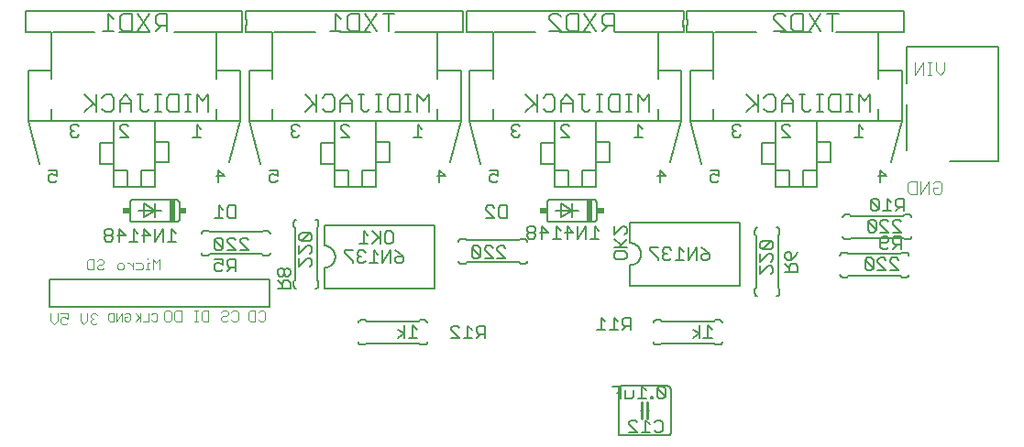
<source format=gbo>
G75*
%MOIN*%
%OFA0B0*%
%FSLAX25Y25*%
%IPPOS*%
%LPD*%
%AMOC8*
5,1,8,0,0,1.08239X$1,22.5*
%
%ADD10C,0.00300*%
%ADD11C,0.00400*%
%ADD12C,0.00600*%
%ADD13C,0.00500*%
%ADD14C,0.01000*%
%ADD15R,0.02000X0.08000*%
%ADD16R,0.02500X0.02000*%
%ADD17C,0.00800*%
%ADD18C,0.00700*%
D10*
X0050051Y0215701D02*
X0048816Y0216936D01*
X0048816Y0219404D01*
X0051285Y0219404D02*
X0051285Y0216936D01*
X0050051Y0215701D01*
X0052499Y0216318D02*
X0053117Y0215701D01*
X0054351Y0215701D01*
X0054968Y0216318D01*
X0054968Y0217553D02*
X0053734Y0218170D01*
X0053117Y0218170D01*
X0052499Y0217553D01*
X0052499Y0216318D01*
X0054968Y0217553D02*
X0054968Y0219404D01*
X0052499Y0219404D01*
X0059643Y0219404D02*
X0059643Y0216936D01*
X0060877Y0215701D01*
X0062112Y0216936D01*
X0062112Y0219404D01*
X0063326Y0218787D02*
X0063326Y0218170D01*
X0063943Y0217553D01*
X0063326Y0216936D01*
X0063326Y0216318D01*
X0063943Y0215701D01*
X0065178Y0215701D01*
X0065795Y0216318D01*
X0064560Y0217553D02*
X0063943Y0217553D01*
X0063326Y0218787D02*
X0063943Y0219404D01*
X0065178Y0219404D01*
X0065795Y0218787D01*
X0069778Y0219104D02*
X0070262Y0219588D01*
X0071713Y0219588D01*
X0071713Y0216685D01*
X0070262Y0216685D01*
X0069778Y0217169D01*
X0069778Y0219104D01*
X0072724Y0219588D02*
X0072724Y0216685D01*
X0074659Y0219588D01*
X0074659Y0216685D01*
X0075671Y0217169D02*
X0075671Y0218137D01*
X0076638Y0218137D01*
X0075671Y0219104D02*
X0076155Y0219588D01*
X0077122Y0219588D01*
X0077606Y0219104D01*
X0077606Y0217169D01*
X0077122Y0216685D01*
X0076155Y0216685D01*
X0075671Y0217169D01*
X0079620Y0216685D02*
X0081072Y0218137D01*
X0081555Y0217653D02*
X0079620Y0219588D01*
X0081555Y0219588D02*
X0081555Y0216685D01*
X0082567Y0216685D02*
X0084502Y0216685D01*
X0084502Y0219588D01*
X0085513Y0219104D02*
X0085997Y0219588D01*
X0086965Y0219588D01*
X0087448Y0219104D01*
X0087448Y0217169D01*
X0086965Y0216685D01*
X0085997Y0216685D01*
X0085513Y0217169D01*
X0090155Y0217303D02*
X0090155Y0219771D01*
X0090772Y0220389D01*
X0092006Y0220389D01*
X0092624Y0219771D01*
X0092624Y0217303D01*
X0092006Y0216685D01*
X0090772Y0216685D01*
X0090155Y0217303D01*
X0093838Y0217303D02*
X0093838Y0219771D01*
X0094455Y0220389D01*
X0096307Y0220389D01*
X0096307Y0216685D01*
X0094455Y0216685D01*
X0093838Y0217303D01*
X0101232Y0216685D02*
X0102466Y0216685D01*
X0101849Y0216685D02*
X0101849Y0220389D01*
X0102466Y0220389D02*
X0101232Y0220389D01*
X0103680Y0219771D02*
X0104298Y0220389D01*
X0106149Y0220389D01*
X0106149Y0216685D01*
X0104298Y0216685D01*
X0103680Y0217303D01*
X0103680Y0219771D01*
X0110824Y0219771D02*
X0111441Y0220389D01*
X0112676Y0220389D01*
X0113293Y0219771D01*
X0113293Y0219154D01*
X0112676Y0218537D01*
X0111441Y0218537D01*
X0110824Y0217920D01*
X0110824Y0217303D01*
X0111441Y0216685D01*
X0112676Y0216685D01*
X0113293Y0217303D01*
X0114507Y0217303D02*
X0115124Y0216685D01*
X0116359Y0216685D01*
X0116976Y0217303D01*
X0116976Y0219771D01*
X0116359Y0220389D01*
X0115124Y0220389D01*
X0114507Y0219771D01*
X0120667Y0219771D02*
X0120667Y0217303D01*
X0121284Y0216685D01*
X0123135Y0216685D01*
X0123135Y0220389D01*
X0121284Y0220389D01*
X0120667Y0219771D01*
X0124350Y0219771D02*
X0124967Y0220389D01*
X0126201Y0220389D01*
X0126819Y0219771D01*
X0126819Y0217303D01*
X0126201Y0216685D01*
X0124967Y0216685D01*
X0124350Y0217303D01*
X0088433Y0235386D02*
X0088433Y0239089D01*
X0087198Y0237855D01*
X0085964Y0239089D01*
X0085964Y0235386D01*
X0084750Y0235386D02*
X0083515Y0235386D01*
X0084132Y0235386D02*
X0084132Y0237855D01*
X0084750Y0237855D01*
X0084132Y0239089D02*
X0084132Y0239707D01*
X0081677Y0237855D02*
X0082294Y0237238D01*
X0082294Y0236003D01*
X0081677Y0235386D01*
X0079825Y0235386D01*
X0078611Y0235386D02*
X0078611Y0237855D01*
X0079825Y0237855D02*
X0081677Y0237855D01*
X0078611Y0236621D02*
X0077377Y0237855D01*
X0076759Y0237855D01*
X0075542Y0237238D02*
X0075542Y0236003D01*
X0074924Y0235386D01*
X0073690Y0235386D01*
X0073073Y0236003D01*
X0073073Y0237238D01*
X0073690Y0237855D01*
X0074924Y0237855D01*
X0075542Y0237238D01*
X0068175Y0237855D02*
X0067558Y0237238D01*
X0066324Y0237238D01*
X0065707Y0236621D01*
X0065707Y0236003D01*
X0066324Y0235386D01*
X0067558Y0235386D01*
X0068175Y0236003D01*
X0068175Y0237855D02*
X0068175Y0238472D01*
X0067558Y0239089D01*
X0066324Y0239089D01*
X0065707Y0238472D01*
X0064492Y0239089D02*
X0062641Y0239089D01*
X0062023Y0238472D01*
X0062023Y0236003D01*
X0062641Y0235386D01*
X0064492Y0235386D01*
X0064492Y0239089D01*
D11*
X0360554Y0263763D02*
X0360554Y0266832D01*
X0361322Y0267599D01*
X0363624Y0267599D01*
X0363624Y0262995D01*
X0361322Y0262995D01*
X0360554Y0263763D01*
X0365158Y0262995D02*
X0365158Y0267599D01*
X0368228Y0267599D02*
X0365158Y0262995D01*
X0368228Y0262995D02*
X0368228Y0267599D01*
X0369762Y0266832D02*
X0370530Y0267599D01*
X0372064Y0267599D01*
X0372831Y0266832D01*
X0372831Y0263763D01*
X0372064Y0262995D01*
X0370530Y0262995D01*
X0369762Y0263763D01*
X0369762Y0265297D01*
X0371297Y0265297D01*
X0372281Y0306302D02*
X0370746Y0307837D01*
X0370746Y0310906D01*
X0369212Y0310906D02*
X0367677Y0310906D01*
X0368445Y0310906D02*
X0368445Y0306302D01*
X0369212Y0306302D02*
X0367677Y0306302D01*
X0366143Y0306302D02*
X0366143Y0310906D01*
X0363073Y0306302D01*
X0363073Y0310906D01*
X0372281Y0306302D02*
X0373816Y0307837D01*
X0373816Y0310906D01*
D12*
X0358382Y0307909D02*
X0358382Y0289409D01*
X0349882Y0289409D01*
X0349882Y0293909D01*
X0349882Y0289409D02*
X0327382Y0289409D01*
X0327382Y0281909D01*
X0332382Y0281909D01*
X0332382Y0274409D01*
X0327382Y0274409D01*
X0327382Y0271409D01*
X0322382Y0271409D01*
X0322382Y0265409D01*
X0317382Y0265409D01*
X0312382Y0265409D01*
X0312382Y0271409D01*
X0312382Y0273909D01*
X0312382Y0281409D01*
X0312382Y0289409D01*
X0289882Y0289409D01*
X0289882Y0293909D01*
X0289882Y0289409D02*
X0281382Y0289409D01*
X0285382Y0273909D01*
X0274165Y0274409D02*
X0278165Y0289409D01*
X0269665Y0289409D01*
X0269665Y0293909D01*
X0269665Y0289409D02*
X0247165Y0289409D01*
X0247165Y0281909D01*
X0252165Y0281909D01*
X0252165Y0274409D01*
X0247165Y0274409D01*
X0247165Y0271409D01*
X0242165Y0271409D01*
X0242165Y0265409D01*
X0237165Y0265409D01*
X0232165Y0265409D01*
X0232165Y0271409D01*
X0232165Y0273909D01*
X0232165Y0281409D01*
X0232165Y0289409D01*
X0209665Y0289409D01*
X0209665Y0293909D01*
X0209665Y0289409D02*
X0201165Y0289409D01*
X0205165Y0273909D01*
X0193949Y0274409D02*
X0197949Y0289409D01*
X0189449Y0289409D01*
X0189449Y0293909D01*
X0189449Y0289409D02*
X0166949Y0289409D01*
X0166949Y0281909D01*
X0171949Y0281909D01*
X0171949Y0274409D01*
X0166949Y0274409D01*
X0166949Y0271409D01*
X0161949Y0271409D01*
X0161949Y0265409D01*
X0156949Y0265409D01*
X0151949Y0265409D01*
X0151949Y0271409D01*
X0151949Y0273909D01*
X0151949Y0281409D01*
X0151949Y0289409D01*
X0129449Y0289409D01*
X0129449Y0293909D01*
X0129449Y0289409D02*
X0120949Y0289409D01*
X0124949Y0273909D01*
X0113732Y0274409D02*
X0117732Y0289409D01*
X0109232Y0289409D01*
X0109232Y0293909D01*
X0109232Y0289409D02*
X0086732Y0289409D01*
X0086732Y0281909D01*
X0091732Y0281909D01*
X0091732Y0274409D01*
X0086732Y0274409D01*
X0086732Y0271409D01*
X0081732Y0271409D01*
X0081732Y0265409D01*
X0076732Y0265409D01*
X0071732Y0265409D01*
X0071732Y0271409D01*
X0071732Y0273909D01*
X0071732Y0281409D01*
X0071732Y0289409D01*
X0049232Y0289409D01*
X0049232Y0293909D01*
X0049232Y0289409D02*
X0040732Y0289409D01*
X0044732Y0273909D01*
X0040732Y0289409D02*
X0040732Y0307909D01*
X0049232Y0307909D01*
X0049232Y0304909D01*
X0049232Y0307909D02*
X0049232Y0321909D01*
X0039594Y0321909D01*
X0039594Y0324409D01*
X0039764Y0324409D01*
X0039764Y0326409D01*
X0039594Y0326409D01*
X0039594Y0329409D01*
X0118520Y0329409D01*
X0118520Y0326409D01*
X0118476Y0326016D01*
X0118476Y0324016D01*
X0118520Y0324409D01*
X0118520Y0321909D01*
X0109232Y0321909D01*
X0093732Y0321909D01*
X0091235Y0322150D02*
X0091235Y0328556D01*
X0088033Y0328556D01*
X0086965Y0327488D01*
X0086965Y0325353D01*
X0088033Y0324286D01*
X0091235Y0324286D01*
X0089100Y0324286D02*
X0086965Y0322150D01*
X0084790Y0322150D02*
X0080520Y0328556D01*
X0078344Y0328556D02*
X0075142Y0328556D01*
X0074074Y0327488D01*
X0074074Y0323218D01*
X0075142Y0322150D01*
X0078344Y0322150D01*
X0078344Y0328556D01*
X0084790Y0328556D02*
X0080520Y0322150D01*
X0084732Y0321909D02*
X0073732Y0321909D01*
X0071899Y0322150D02*
X0067629Y0322150D01*
X0069764Y0322150D02*
X0069764Y0328556D01*
X0071899Y0326421D01*
X0064732Y0321909D02*
X0049732Y0321909D01*
X0071732Y0289409D02*
X0086732Y0289409D01*
X0086732Y0281909D02*
X0086732Y0274409D01*
X0086732Y0271409D02*
X0086732Y0265409D01*
X0081732Y0265409D01*
X0076732Y0265409D02*
X0076732Y0271409D01*
X0071732Y0271409D01*
X0071732Y0273909D02*
X0066732Y0273909D01*
X0066732Y0281409D01*
X0071732Y0281409D01*
X0078614Y0260890D02*
X0094614Y0260890D01*
X0094674Y0260888D01*
X0094735Y0260883D01*
X0094794Y0260874D01*
X0094853Y0260861D01*
X0094912Y0260845D01*
X0094969Y0260825D01*
X0095024Y0260802D01*
X0095079Y0260775D01*
X0095131Y0260746D01*
X0095182Y0260713D01*
X0095231Y0260677D01*
X0095277Y0260639D01*
X0095321Y0260597D01*
X0095363Y0260553D01*
X0095401Y0260507D01*
X0095437Y0260458D01*
X0095470Y0260407D01*
X0095499Y0260355D01*
X0095526Y0260300D01*
X0095549Y0260245D01*
X0095569Y0260188D01*
X0095585Y0260129D01*
X0095598Y0260070D01*
X0095607Y0260011D01*
X0095612Y0259950D01*
X0095614Y0259890D01*
X0095614Y0253890D01*
X0095612Y0253830D01*
X0095607Y0253769D01*
X0095598Y0253710D01*
X0095585Y0253651D01*
X0095569Y0253592D01*
X0095549Y0253535D01*
X0095526Y0253480D01*
X0095499Y0253425D01*
X0095470Y0253373D01*
X0095437Y0253322D01*
X0095401Y0253273D01*
X0095363Y0253227D01*
X0095321Y0253183D01*
X0095277Y0253141D01*
X0095231Y0253103D01*
X0095182Y0253067D01*
X0095131Y0253034D01*
X0095079Y0253005D01*
X0095024Y0252978D01*
X0094969Y0252955D01*
X0094912Y0252935D01*
X0094853Y0252919D01*
X0094794Y0252906D01*
X0094735Y0252897D01*
X0094674Y0252892D01*
X0094614Y0252890D01*
X0078614Y0252890D01*
X0078554Y0252892D01*
X0078493Y0252897D01*
X0078434Y0252906D01*
X0078375Y0252919D01*
X0078316Y0252935D01*
X0078259Y0252955D01*
X0078204Y0252978D01*
X0078149Y0253005D01*
X0078097Y0253034D01*
X0078046Y0253067D01*
X0077997Y0253103D01*
X0077951Y0253141D01*
X0077907Y0253183D01*
X0077865Y0253227D01*
X0077827Y0253273D01*
X0077791Y0253322D01*
X0077758Y0253373D01*
X0077729Y0253425D01*
X0077702Y0253480D01*
X0077679Y0253535D01*
X0077659Y0253592D01*
X0077643Y0253651D01*
X0077630Y0253710D01*
X0077621Y0253769D01*
X0077616Y0253830D01*
X0077614Y0253890D01*
X0077614Y0259890D01*
X0077616Y0259950D01*
X0077621Y0260011D01*
X0077630Y0260070D01*
X0077643Y0260129D01*
X0077659Y0260188D01*
X0077679Y0260245D01*
X0077702Y0260300D01*
X0077729Y0260355D01*
X0077758Y0260407D01*
X0077791Y0260458D01*
X0077827Y0260507D01*
X0077865Y0260553D01*
X0077907Y0260597D01*
X0077951Y0260639D01*
X0077997Y0260677D01*
X0078046Y0260713D01*
X0078097Y0260746D01*
X0078149Y0260775D01*
X0078204Y0260802D01*
X0078259Y0260825D01*
X0078316Y0260845D01*
X0078375Y0260861D01*
X0078434Y0260874D01*
X0078493Y0260883D01*
X0078554Y0260888D01*
X0078614Y0260890D01*
X0082614Y0259390D02*
X0086614Y0256890D01*
X0086614Y0254390D01*
X0086614Y0256890D02*
X0086614Y0259390D01*
X0086614Y0256890D02*
X0080614Y0256890D01*
X0082614Y0259390D02*
X0082614Y0254390D01*
X0086614Y0256890D01*
X0089114Y0256890D01*
X0104642Y0249579D02*
X0106142Y0249579D01*
X0106642Y0249079D01*
X0125642Y0249079D01*
X0126142Y0249579D01*
X0127642Y0249579D01*
X0127702Y0249577D01*
X0127763Y0249572D01*
X0127822Y0249563D01*
X0127881Y0249550D01*
X0127940Y0249534D01*
X0127997Y0249514D01*
X0128052Y0249491D01*
X0128107Y0249464D01*
X0128159Y0249435D01*
X0128210Y0249402D01*
X0128259Y0249366D01*
X0128305Y0249328D01*
X0128349Y0249286D01*
X0128391Y0249242D01*
X0128429Y0249196D01*
X0128465Y0249147D01*
X0128498Y0249096D01*
X0128527Y0249044D01*
X0128554Y0248989D01*
X0128577Y0248934D01*
X0128597Y0248877D01*
X0128613Y0248818D01*
X0128626Y0248759D01*
X0128635Y0248700D01*
X0128640Y0248639D01*
X0128642Y0248579D01*
X0128642Y0241579D02*
X0128640Y0241519D01*
X0128635Y0241458D01*
X0128626Y0241399D01*
X0128613Y0241340D01*
X0128597Y0241281D01*
X0128577Y0241224D01*
X0128554Y0241169D01*
X0128527Y0241114D01*
X0128498Y0241062D01*
X0128465Y0241011D01*
X0128429Y0240962D01*
X0128391Y0240916D01*
X0128349Y0240872D01*
X0128305Y0240830D01*
X0128259Y0240792D01*
X0128210Y0240756D01*
X0128159Y0240723D01*
X0128107Y0240694D01*
X0128052Y0240667D01*
X0127997Y0240644D01*
X0127940Y0240624D01*
X0127881Y0240608D01*
X0127822Y0240595D01*
X0127763Y0240586D01*
X0127702Y0240581D01*
X0127642Y0240579D01*
X0126142Y0240579D01*
X0125642Y0241079D01*
X0106642Y0241079D01*
X0106142Y0240579D01*
X0104642Y0240579D01*
X0104582Y0240581D01*
X0104521Y0240586D01*
X0104462Y0240595D01*
X0104403Y0240608D01*
X0104344Y0240624D01*
X0104287Y0240644D01*
X0104232Y0240667D01*
X0104177Y0240694D01*
X0104125Y0240723D01*
X0104074Y0240756D01*
X0104025Y0240792D01*
X0103979Y0240830D01*
X0103935Y0240872D01*
X0103893Y0240916D01*
X0103855Y0240962D01*
X0103819Y0241011D01*
X0103786Y0241062D01*
X0103757Y0241114D01*
X0103730Y0241169D01*
X0103707Y0241224D01*
X0103687Y0241281D01*
X0103671Y0241340D01*
X0103658Y0241399D01*
X0103649Y0241458D01*
X0103644Y0241519D01*
X0103642Y0241579D01*
X0103642Y0248579D02*
X0103644Y0248639D01*
X0103649Y0248700D01*
X0103658Y0248759D01*
X0103671Y0248818D01*
X0103687Y0248877D01*
X0103707Y0248934D01*
X0103730Y0248989D01*
X0103757Y0249044D01*
X0103786Y0249096D01*
X0103819Y0249147D01*
X0103855Y0249196D01*
X0103893Y0249242D01*
X0103935Y0249286D01*
X0103979Y0249328D01*
X0104025Y0249366D01*
X0104074Y0249402D01*
X0104125Y0249435D01*
X0104177Y0249464D01*
X0104232Y0249491D01*
X0104287Y0249514D01*
X0104344Y0249534D01*
X0104403Y0249550D01*
X0104462Y0249563D01*
X0104521Y0249572D01*
X0104582Y0249577D01*
X0104642Y0249579D01*
X0117732Y0289409D02*
X0117732Y0307909D01*
X0109232Y0307909D01*
X0109232Y0304909D01*
X0109232Y0307909D02*
X0109232Y0321909D01*
X0119811Y0321909D02*
X0129449Y0321909D01*
X0129449Y0307909D01*
X0129449Y0304909D01*
X0129449Y0307909D02*
X0120949Y0307909D01*
X0120949Y0289409D01*
X0146949Y0281409D02*
X0146949Y0273909D01*
X0151949Y0273909D01*
X0151949Y0271409D02*
X0156949Y0271409D01*
X0156949Y0265409D01*
X0161949Y0265409D02*
X0166949Y0265409D01*
X0166949Y0271409D01*
X0166949Y0274409D02*
X0166949Y0281909D01*
X0166949Y0289409D02*
X0151949Y0289409D01*
X0151949Y0281409D02*
X0146949Y0281409D01*
X0146232Y0252642D02*
X0146232Y0251142D01*
X0145732Y0250642D01*
X0145732Y0231642D01*
X0146232Y0231142D01*
X0146232Y0229642D01*
X0146230Y0229582D01*
X0146225Y0229521D01*
X0146216Y0229462D01*
X0146203Y0229403D01*
X0146187Y0229344D01*
X0146167Y0229287D01*
X0146144Y0229232D01*
X0146117Y0229177D01*
X0146088Y0229125D01*
X0146055Y0229074D01*
X0146019Y0229025D01*
X0145981Y0228979D01*
X0145939Y0228935D01*
X0145895Y0228893D01*
X0145849Y0228855D01*
X0145800Y0228819D01*
X0145749Y0228786D01*
X0145697Y0228757D01*
X0145642Y0228730D01*
X0145587Y0228707D01*
X0145530Y0228687D01*
X0145471Y0228671D01*
X0145412Y0228658D01*
X0145353Y0228649D01*
X0145292Y0228644D01*
X0145232Y0228642D01*
X0148307Y0228657D02*
X0148307Y0236157D01*
X0148433Y0236159D01*
X0148558Y0236165D01*
X0148683Y0236175D01*
X0148808Y0236189D01*
X0148933Y0236206D01*
X0149057Y0236228D01*
X0149180Y0236253D01*
X0149302Y0236283D01*
X0149423Y0236316D01*
X0149543Y0236353D01*
X0149662Y0236393D01*
X0149779Y0236438D01*
X0149896Y0236486D01*
X0150010Y0236538D01*
X0150123Y0236593D01*
X0150234Y0236652D01*
X0150343Y0236714D01*
X0150450Y0236780D01*
X0150555Y0236849D01*
X0150658Y0236921D01*
X0150759Y0236996D01*
X0150857Y0237075D01*
X0150952Y0237157D01*
X0151045Y0237241D01*
X0151135Y0237329D01*
X0151223Y0237419D01*
X0151307Y0237512D01*
X0151389Y0237607D01*
X0151468Y0237705D01*
X0151543Y0237806D01*
X0151615Y0237909D01*
X0151684Y0238014D01*
X0151750Y0238121D01*
X0151812Y0238230D01*
X0151871Y0238341D01*
X0151926Y0238454D01*
X0151978Y0238568D01*
X0152026Y0238685D01*
X0152071Y0238802D01*
X0152111Y0238921D01*
X0152148Y0239041D01*
X0152181Y0239162D01*
X0152211Y0239284D01*
X0152236Y0239407D01*
X0152258Y0239531D01*
X0152275Y0239656D01*
X0152289Y0239781D01*
X0152299Y0239906D01*
X0152305Y0240031D01*
X0152307Y0240157D01*
X0152305Y0240283D01*
X0152299Y0240408D01*
X0152289Y0240533D01*
X0152275Y0240658D01*
X0152258Y0240783D01*
X0152236Y0240907D01*
X0152211Y0241030D01*
X0152181Y0241152D01*
X0152148Y0241273D01*
X0152111Y0241393D01*
X0152071Y0241512D01*
X0152026Y0241629D01*
X0151978Y0241746D01*
X0151926Y0241860D01*
X0151871Y0241973D01*
X0151812Y0242084D01*
X0151750Y0242193D01*
X0151684Y0242300D01*
X0151615Y0242405D01*
X0151543Y0242508D01*
X0151468Y0242609D01*
X0151389Y0242707D01*
X0151307Y0242802D01*
X0151223Y0242895D01*
X0151135Y0242985D01*
X0151045Y0243073D01*
X0150952Y0243157D01*
X0150857Y0243239D01*
X0150759Y0243318D01*
X0150658Y0243393D01*
X0150555Y0243465D01*
X0150450Y0243534D01*
X0150343Y0243600D01*
X0150234Y0243662D01*
X0150123Y0243721D01*
X0150010Y0243776D01*
X0149896Y0243828D01*
X0149779Y0243876D01*
X0149662Y0243921D01*
X0149543Y0243961D01*
X0149423Y0243998D01*
X0149302Y0244031D01*
X0149180Y0244061D01*
X0149057Y0244086D01*
X0148933Y0244108D01*
X0148808Y0244125D01*
X0148683Y0244139D01*
X0148558Y0244149D01*
X0148433Y0244155D01*
X0148307Y0244157D01*
X0148307Y0251657D01*
X0188307Y0251657D01*
X0188307Y0228657D01*
X0148307Y0228657D01*
X0138232Y0228642D02*
X0138172Y0228644D01*
X0138111Y0228649D01*
X0138052Y0228658D01*
X0137993Y0228671D01*
X0137934Y0228687D01*
X0137877Y0228707D01*
X0137822Y0228730D01*
X0137767Y0228757D01*
X0137715Y0228786D01*
X0137664Y0228819D01*
X0137615Y0228855D01*
X0137569Y0228893D01*
X0137525Y0228935D01*
X0137483Y0228979D01*
X0137445Y0229025D01*
X0137409Y0229074D01*
X0137376Y0229125D01*
X0137347Y0229177D01*
X0137320Y0229232D01*
X0137297Y0229287D01*
X0137277Y0229344D01*
X0137261Y0229403D01*
X0137248Y0229462D01*
X0137239Y0229521D01*
X0137234Y0229582D01*
X0137232Y0229642D01*
X0137232Y0231142D01*
X0137732Y0231642D01*
X0137732Y0250642D01*
X0137232Y0251142D01*
X0137232Y0252642D01*
X0137234Y0252702D01*
X0137239Y0252763D01*
X0137248Y0252822D01*
X0137261Y0252881D01*
X0137277Y0252940D01*
X0137297Y0252997D01*
X0137320Y0253052D01*
X0137347Y0253107D01*
X0137376Y0253159D01*
X0137409Y0253210D01*
X0137445Y0253259D01*
X0137483Y0253305D01*
X0137525Y0253349D01*
X0137569Y0253391D01*
X0137615Y0253429D01*
X0137664Y0253465D01*
X0137715Y0253498D01*
X0137767Y0253527D01*
X0137822Y0253554D01*
X0137877Y0253577D01*
X0137934Y0253597D01*
X0137993Y0253613D01*
X0138052Y0253626D01*
X0138111Y0253635D01*
X0138172Y0253640D01*
X0138232Y0253642D01*
X0145232Y0253642D02*
X0145292Y0253640D01*
X0145353Y0253635D01*
X0145412Y0253626D01*
X0145471Y0253613D01*
X0145530Y0253597D01*
X0145587Y0253577D01*
X0145642Y0253554D01*
X0145697Y0253527D01*
X0145749Y0253498D01*
X0145800Y0253465D01*
X0145849Y0253429D01*
X0145895Y0253391D01*
X0145939Y0253349D01*
X0145981Y0253305D01*
X0146019Y0253259D01*
X0146055Y0253210D01*
X0146088Y0253159D01*
X0146117Y0253107D01*
X0146144Y0253052D01*
X0146167Y0252997D01*
X0146187Y0252940D01*
X0146203Y0252881D01*
X0146216Y0252822D01*
X0146225Y0252763D01*
X0146230Y0252702D01*
X0146232Y0252642D01*
X0161728Y0217098D02*
X0163228Y0217098D01*
X0163728Y0216598D01*
X0182728Y0216598D01*
X0183228Y0217098D01*
X0184728Y0217098D01*
X0184788Y0217096D01*
X0184849Y0217091D01*
X0184908Y0217082D01*
X0184967Y0217069D01*
X0185026Y0217053D01*
X0185083Y0217033D01*
X0185138Y0217010D01*
X0185193Y0216983D01*
X0185245Y0216954D01*
X0185296Y0216921D01*
X0185345Y0216885D01*
X0185391Y0216847D01*
X0185435Y0216805D01*
X0185477Y0216761D01*
X0185515Y0216715D01*
X0185551Y0216666D01*
X0185584Y0216615D01*
X0185613Y0216563D01*
X0185640Y0216508D01*
X0185663Y0216453D01*
X0185683Y0216396D01*
X0185699Y0216337D01*
X0185712Y0216278D01*
X0185721Y0216219D01*
X0185726Y0216158D01*
X0185728Y0216098D01*
X0185728Y0209098D02*
X0185726Y0209038D01*
X0185721Y0208977D01*
X0185712Y0208918D01*
X0185699Y0208859D01*
X0185683Y0208800D01*
X0185663Y0208743D01*
X0185640Y0208688D01*
X0185613Y0208633D01*
X0185584Y0208581D01*
X0185551Y0208530D01*
X0185515Y0208481D01*
X0185477Y0208435D01*
X0185435Y0208391D01*
X0185391Y0208349D01*
X0185345Y0208311D01*
X0185296Y0208275D01*
X0185245Y0208242D01*
X0185193Y0208213D01*
X0185138Y0208186D01*
X0185083Y0208163D01*
X0185026Y0208143D01*
X0184967Y0208127D01*
X0184908Y0208114D01*
X0184849Y0208105D01*
X0184788Y0208100D01*
X0184728Y0208098D01*
X0183228Y0208098D01*
X0182728Y0208598D01*
X0163728Y0208598D01*
X0163228Y0208098D01*
X0161728Y0208098D01*
X0161668Y0208100D01*
X0161607Y0208105D01*
X0161548Y0208114D01*
X0161489Y0208127D01*
X0161430Y0208143D01*
X0161373Y0208163D01*
X0161318Y0208186D01*
X0161263Y0208213D01*
X0161211Y0208242D01*
X0161160Y0208275D01*
X0161111Y0208311D01*
X0161065Y0208349D01*
X0161021Y0208391D01*
X0160979Y0208435D01*
X0160941Y0208481D01*
X0160905Y0208530D01*
X0160872Y0208581D01*
X0160843Y0208633D01*
X0160816Y0208688D01*
X0160793Y0208743D01*
X0160773Y0208800D01*
X0160757Y0208859D01*
X0160744Y0208918D01*
X0160735Y0208977D01*
X0160730Y0209038D01*
X0160728Y0209098D01*
X0160728Y0216098D02*
X0160730Y0216158D01*
X0160735Y0216219D01*
X0160744Y0216278D01*
X0160757Y0216337D01*
X0160773Y0216396D01*
X0160793Y0216453D01*
X0160816Y0216508D01*
X0160843Y0216563D01*
X0160872Y0216615D01*
X0160905Y0216666D01*
X0160941Y0216715D01*
X0160979Y0216761D01*
X0161021Y0216805D01*
X0161065Y0216847D01*
X0161111Y0216885D01*
X0161160Y0216921D01*
X0161211Y0216954D01*
X0161263Y0216983D01*
X0161318Y0217010D01*
X0161373Y0217033D01*
X0161430Y0217053D01*
X0161489Y0217069D01*
X0161548Y0217082D01*
X0161607Y0217091D01*
X0161668Y0217096D01*
X0161728Y0217098D01*
X0198146Y0237626D02*
X0199646Y0237626D01*
X0200146Y0238126D01*
X0219146Y0238126D01*
X0219646Y0237626D01*
X0221146Y0237626D01*
X0221206Y0237628D01*
X0221267Y0237633D01*
X0221326Y0237642D01*
X0221385Y0237655D01*
X0221444Y0237671D01*
X0221501Y0237691D01*
X0221556Y0237714D01*
X0221611Y0237741D01*
X0221663Y0237770D01*
X0221714Y0237803D01*
X0221763Y0237839D01*
X0221809Y0237877D01*
X0221853Y0237919D01*
X0221895Y0237963D01*
X0221933Y0238009D01*
X0221969Y0238058D01*
X0222002Y0238109D01*
X0222031Y0238161D01*
X0222058Y0238216D01*
X0222081Y0238271D01*
X0222101Y0238328D01*
X0222117Y0238387D01*
X0222130Y0238446D01*
X0222139Y0238505D01*
X0222144Y0238566D01*
X0222146Y0238626D01*
X0222146Y0245626D02*
X0222144Y0245686D01*
X0222139Y0245747D01*
X0222130Y0245806D01*
X0222117Y0245865D01*
X0222101Y0245924D01*
X0222081Y0245981D01*
X0222058Y0246036D01*
X0222031Y0246091D01*
X0222002Y0246143D01*
X0221969Y0246194D01*
X0221933Y0246243D01*
X0221895Y0246289D01*
X0221853Y0246333D01*
X0221809Y0246375D01*
X0221763Y0246413D01*
X0221714Y0246449D01*
X0221663Y0246482D01*
X0221611Y0246511D01*
X0221556Y0246538D01*
X0221501Y0246561D01*
X0221444Y0246581D01*
X0221385Y0246597D01*
X0221326Y0246610D01*
X0221267Y0246619D01*
X0221206Y0246624D01*
X0221146Y0246626D01*
X0219646Y0246626D01*
X0219146Y0246126D01*
X0200146Y0246126D01*
X0199646Y0246626D01*
X0198146Y0246626D01*
X0198086Y0246624D01*
X0198025Y0246619D01*
X0197966Y0246610D01*
X0197907Y0246597D01*
X0197848Y0246581D01*
X0197791Y0246561D01*
X0197736Y0246538D01*
X0197681Y0246511D01*
X0197629Y0246482D01*
X0197578Y0246449D01*
X0197529Y0246413D01*
X0197483Y0246375D01*
X0197439Y0246333D01*
X0197397Y0246289D01*
X0197359Y0246243D01*
X0197323Y0246194D01*
X0197290Y0246143D01*
X0197261Y0246091D01*
X0197234Y0246036D01*
X0197211Y0245981D01*
X0197191Y0245924D01*
X0197175Y0245865D01*
X0197162Y0245806D01*
X0197153Y0245747D01*
X0197148Y0245686D01*
X0197146Y0245626D01*
X0197146Y0238626D02*
X0197148Y0238566D01*
X0197153Y0238505D01*
X0197162Y0238446D01*
X0197175Y0238387D01*
X0197191Y0238328D01*
X0197211Y0238271D01*
X0197234Y0238216D01*
X0197261Y0238161D01*
X0197290Y0238109D01*
X0197323Y0238058D01*
X0197359Y0238009D01*
X0197397Y0237963D01*
X0197439Y0237919D01*
X0197483Y0237877D01*
X0197529Y0237839D01*
X0197578Y0237803D01*
X0197629Y0237770D01*
X0197681Y0237741D01*
X0197736Y0237714D01*
X0197791Y0237691D01*
X0197848Y0237671D01*
X0197907Y0237655D01*
X0197966Y0237642D01*
X0198025Y0237633D01*
X0198086Y0237628D01*
X0198146Y0237626D01*
X0227165Y0273909D02*
X0227165Y0281409D01*
X0232165Y0281409D01*
X0232165Y0273909D02*
X0227165Y0273909D01*
X0232165Y0271409D02*
X0237165Y0271409D01*
X0237165Y0265409D01*
X0242165Y0265409D02*
X0247165Y0265409D01*
X0247165Y0271409D01*
X0247165Y0274409D02*
X0247165Y0281909D01*
X0247165Y0289409D02*
X0232165Y0289409D01*
X0230363Y0260879D02*
X0246363Y0260879D01*
X0246423Y0260877D01*
X0246484Y0260872D01*
X0246543Y0260863D01*
X0246602Y0260850D01*
X0246661Y0260834D01*
X0246718Y0260814D01*
X0246773Y0260791D01*
X0246828Y0260764D01*
X0246880Y0260735D01*
X0246931Y0260702D01*
X0246980Y0260666D01*
X0247026Y0260628D01*
X0247070Y0260586D01*
X0247112Y0260542D01*
X0247150Y0260496D01*
X0247186Y0260447D01*
X0247219Y0260396D01*
X0247248Y0260344D01*
X0247275Y0260289D01*
X0247298Y0260234D01*
X0247318Y0260177D01*
X0247334Y0260118D01*
X0247347Y0260059D01*
X0247356Y0260000D01*
X0247361Y0259939D01*
X0247363Y0259879D01*
X0247363Y0253879D01*
X0247361Y0253819D01*
X0247356Y0253758D01*
X0247347Y0253699D01*
X0247334Y0253640D01*
X0247318Y0253581D01*
X0247298Y0253524D01*
X0247275Y0253469D01*
X0247248Y0253414D01*
X0247219Y0253362D01*
X0247186Y0253311D01*
X0247150Y0253262D01*
X0247112Y0253216D01*
X0247070Y0253172D01*
X0247026Y0253130D01*
X0246980Y0253092D01*
X0246931Y0253056D01*
X0246880Y0253023D01*
X0246828Y0252994D01*
X0246773Y0252967D01*
X0246718Y0252944D01*
X0246661Y0252924D01*
X0246602Y0252908D01*
X0246543Y0252895D01*
X0246484Y0252886D01*
X0246423Y0252881D01*
X0246363Y0252879D01*
X0230363Y0252879D01*
X0230303Y0252881D01*
X0230242Y0252886D01*
X0230183Y0252895D01*
X0230124Y0252908D01*
X0230065Y0252924D01*
X0230008Y0252944D01*
X0229953Y0252967D01*
X0229898Y0252994D01*
X0229846Y0253023D01*
X0229795Y0253056D01*
X0229746Y0253092D01*
X0229700Y0253130D01*
X0229656Y0253172D01*
X0229614Y0253216D01*
X0229576Y0253262D01*
X0229540Y0253311D01*
X0229507Y0253362D01*
X0229478Y0253414D01*
X0229451Y0253469D01*
X0229428Y0253524D01*
X0229408Y0253581D01*
X0229392Y0253640D01*
X0229379Y0253699D01*
X0229370Y0253758D01*
X0229365Y0253819D01*
X0229363Y0253879D01*
X0229363Y0259879D01*
X0229365Y0259939D01*
X0229370Y0260000D01*
X0229379Y0260059D01*
X0229392Y0260118D01*
X0229408Y0260177D01*
X0229428Y0260234D01*
X0229451Y0260289D01*
X0229478Y0260344D01*
X0229507Y0260396D01*
X0229540Y0260447D01*
X0229576Y0260496D01*
X0229614Y0260542D01*
X0229656Y0260586D01*
X0229700Y0260628D01*
X0229746Y0260666D01*
X0229795Y0260702D01*
X0229846Y0260735D01*
X0229898Y0260764D01*
X0229953Y0260791D01*
X0230008Y0260814D01*
X0230065Y0260834D01*
X0230124Y0260850D01*
X0230183Y0260863D01*
X0230242Y0260872D01*
X0230303Y0260877D01*
X0230363Y0260879D01*
X0234363Y0259379D02*
X0238363Y0256879D01*
X0238363Y0254379D01*
X0238363Y0256879D02*
X0238363Y0259379D01*
X0238363Y0256879D02*
X0232363Y0256879D01*
X0234363Y0259379D02*
X0234363Y0254379D01*
X0238363Y0256879D01*
X0240863Y0256879D01*
X0259528Y0252642D02*
X0259528Y0245142D01*
X0259654Y0245140D01*
X0259779Y0245134D01*
X0259904Y0245124D01*
X0260029Y0245110D01*
X0260154Y0245093D01*
X0260278Y0245071D01*
X0260401Y0245046D01*
X0260523Y0245016D01*
X0260644Y0244983D01*
X0260764Y0244946D01*
X0260883Y0244906D01*
X0261000Y0244861D01*
X0261117Y0244813D01*
X0261231Y0244761D01*
X0261344Y0244706D01*
X0261455Y0244647D01*
X0261564Y0244585D01*
X0261671Y0244519D01*
X0261776Y0244450D01*
X0261879Y0244378D01*
X0261980Y0244303D01*
X0262078Y0244224D01*
X0262173Y0244142D01*
X0262266Y0244058D01*
X0262356Y0243970D01*
X0262444Y0243880D01*
X0262528Y0243787D01*
X0262610Y0243692D01*
X0262689Y0243594D01*
X0262764Y0243493D01*
X0262836Y0243390D01*
X0262905Y0243285D01*
X0262971Y0243178D01*
X0263033Y0243069D01*
X0263092Y0242958D01*
X0263147Y0242845D01*
X0263199Y0242731D01*
X0263247Y0242614D01*
X0263292Y0242497D01*
X0263332Y0242378D01*
X0263369Y0242258D01*
X0263402Y0242137D01*
X0263432Y0242015D01*
X0263457Y0241892D01*
X0263479Y0241768D01*
X0263496Y0241643D01*
X0263510Y0241518D01*
X0263520Y0241393D01*
X0263526Y0241268D01*
X0263528Y0241142D01*
X0263526Y0241016D01*
X0263520Y0240891D01*
X0263510Y0240766D01*
X0263496Y0240641D01*
X0263479Y0240516D01*
X0263457Y0240392D01*
X0263432Y0240269D01*
X0263402Y0240147D01*
X0263369Y0240026D01*
X0263332Y0239906D01*
X0263292Y0239787D01*
X0263247Y0239670D01*
X0263199Y0239553D01*
X0263147Y0239439D01*
X0263092Y0239326D01*
X0263033Y0239215D01*
X0262971Y0239106D01*
X0262905Y0238999D01*
X0262836Y0238894D01*
X0262764Y0238791D01*
X0262689Y0238690D01*
X0262610Y0238592D01*
X0262528Y0238497D01*
X0262444Y0238404D01*
X0262356Y0238314D01*
X0262266Y0238226D01*
X0262173Y0238142D01*
X0262078Y0238060D01*
X0261980Y0237981D01*
X0261879Y0237906D01*
X0261776Y0237834D01*
X0261671Y0237765D01*
X0261564Y0237699D01*
X0261455Y0237637D01*
X0261344Y0237578D01*
X0261231Y0237523D01*
X0261117Y0237471D01*
X0261000Y0237423D01*
X0260883Y0237378D01*
X0260764Y0237338D01*
X0260644Y0237301D01*
X0260523Y0237268D01*
X0260401Y0237238D01*
X0260278Y0237213D01*
X0260154Y0237191D01*
X0260029Y0237174D01*
X0259904Y0237160D01*
X0259779Y0237150D01*
X0259654Y0237144D01*
X0259528Y0237142D01*
X0259528Y0229642D01*
X0299528Y0229642D01*
X0299528Y0252642D01*
X0259528Y0252642D01*
X0278165Y0289409D02*
X0278165Y0307909D01*
X0269665Y0307909D01*
X0269665Y0304909D01*
X0269665Y0307909D02*
X0269665Y0321909D01*
X0254165Y0321909D01*
X0253637Y0322150D02*
X0253637Y0328556D01*
X0250434Y0328556D01*
X0249367Y0327488D01*
X0249367Y0325353D01*
X0250434Y0324286D01*
X0253637Y0324286D01*
X0251502Y0324286D02*
X0249367Y0322150D01*
X0247192Y0322150D02*
X0242921Y0328556D01*
X0240746Y0328556D02*
X0237543Y0328556D01*
X0236476Y0327488D01*
X0236476Y0323218D01*
X0237543Y0322150D01*
X0240746Y0322150D01*
X0240746Y0328556D01*
X0247192Y0328556D02*
X0242921Y0322150D01*
X0245165Y0321909D02*
X0234165Y0321909D01*
X0234301Y0322150D02*
X0230030Y0326421D01*
X0230030Y0327488D01*
X0231098Y0328556D01*
X0233233Y0328556D01*
X0234301Y0327488D01*
X0234301Y0322150D02*
X0230030Y0322150D01*
X0225165Y0321909D02*
X0210165Y0321909D01*
X0209665Y0321909D02*
X0209665Y0307909D01*
X0209665Y0304909D01*
X0209665Y0307909D02*
X0201165Y0307909D01*
X0201165Y0289409D01*
X0197949Y0289409D02*
X0197949Y0307909D01*
X0189449Y0307909D01*
X0189449Y0304909D01*
X0189449Y0307909D02*
X0189449Y0321909D01*
X0173949Y0321909D01*
X0171777Y0322150D02*
X0171777Y0328556D01*
X0169642Y0328556D02*
X0173913Y0328556D01*
X0167467Y0328556D02*
X0163197Y0322150D01*
X0164949Y0321909D02*
X0153949Y0321909D01*
X0154576Y0322150D02*
X0150306Y0322150D01*
X0152441Y0322150D02*
X0152441Y0328556D01*
X0154576Y0326421D01*
X0156751Y0327488D02*
X0157819Y0328556D01*
X0161022Y0328556D01*
X0161022Y0322150D01*
X0157819Y0322150D01*
X0156751Y0323218D01*
X0156751Y0327488D01*
X0163197Y0328556D02*
X0167467Y0322150D01*
X0189449Y0321909D02*
X0198736Y0321909D01*
X0198736Y0324409D01*
X0198693Y0324016D01*
X0198693Y0326016D01*
X0198736Y0326409D01*
X0198736Y0329409D01*
X0119811Y0329409D01*
X0119811Y0326409D01*
X0119980Y0326409D01*
X0119980Y0324409D01*
X0119811Y0324409D01*
X0119811Y0321909D01*
X0129949Y0321909D02*
X0144949Y0321909D01*
X0200028Y0321909D02*
X0209665Y0321909D01*
X0200028Y0321909D02*
X0200028Y0324409D01*
X0200197Y0324409D01*
X0200197Y0326409D01*
X0200028Y0326409D01*
X0200028Y0329409D01*
X0278953Y0329409D01*
X0278953Y0326409D01*
X0278909Y0326016D01*
X0278909Y0324016D01*
X0278953Y0324409D01*
X0278953Y0321909D01*
X0269665Y0321909D01*
X0280244Y0321909D02*
X0289882Y0321909D01*
X0289882Y0307909D01*
X0289882Y0304909D01*
X0289882Y0307909D02*
X0281382Y0307909D01*
X0281382Y0289409D01*
X0280244Y0321909D02*
X0280244Y0324409D01*
X0280413Y0324409D01*
X0280413Y0326409D01*
X0280244Y0326409D01*
X0280244Y0329409D01*
X0359169Y0329409D01*
X0359169Y0326409D01*
X0359126Y0326016D01*
X0359126Y0324016D01*
X0359169Y0324409D01*
X0359169Y0321909D01*
X0349882Y0321909D01*
X0334382Y0321909D01*
X0333195Y0322150D02*
X0333195Y0328556D01*
X0335330Y0328556D02*
X0331060Y0328556D01*
X0328884Y0328556D02*
X0324614Y0322150D01*
X0325382Y0321909D02*
X0314382Y0321909D01*
X0315993Y0322150D02*
X0311723Y0326421D01*
X0311723Y0327488D01*
X0312791Y0328556D01*
X0314926Y0328556D01*
X0315993Y0327488D01*
X0318169Y0327488D02*
X0319236Y0328556D01*
X0322439Y0328556D01*
X0322439Y0322150D01*
X0319236Y0322150D01*
X0318169Y0323218D01*
X0318169Y0327488D01*
X0315993Y0322150D02*
X0311723Y0322150D01*
X0305382Y0321909D02*
X0290382Y0321909D01*
X0312382Y0289409D02*
X0327382Y0289409D01*
X0327382Y0281909D02*
X0327382Y0274409D01*
X0327382Y0271409D02*
X0327382Y0265409D01*
X0322382Y0265409D01*
X0317382Y0265409D02*
X0317382Y0271409D01*
X0312382Y0271409D01*
X0312382Y0273909D02*
X0307382Y0273909D01*
X0307382Y0281409D01*
X0312382Y0281409D01*
X0312920Y0250778D02*
X0312980Y0250776D01*
X0313041Y0250771D01*
X0313100Y0250762D01*
X0313159Y0250749D01*
X0313218Y0250733D01*
X0313275Y0250713D01*
X0313330Y0250690D01*
X0313385Y0250663D01*
X0313437Y0250634D01*
X0313488Y0250601D01*
X0313537Y0250565D01*
X0313583Y0250527D01*
X0313627Y0250485D01*
X0313669Y0250441D01*
X0313707Y0250395D01*
X0313743Y0250346D01*
X0313776Y0250295D01*
X0313805Y0250243D01*
X0313832Y0250188D01*
X0313855Y0250133D01*
X0313875Y0250076D01*
X0313891Y0250017D01*
X0313904Y0249958D01*
X0313913Y0249899D01*
X0313918Y0249838D01*
X0313920Y0249778D01*
X0313920Y0248278D01*
X0313420Y0247778D01*
X0313420Y0228778D01*
X0313920Y0228278D01*
X0313920Y0226778D01*
X0313918Y0226718D01*
X0313913Y0226657D01*
X0313904Y0226598D01*
X0313891Y0226539D01*
X0313875Y0226480D01*
X0313855Y0226423D01*
X0313832Y0226368D01*
X0313805Y0226313D01*
X0313776Y0226261D01*
X0313743Y0226210D01*
X0313707Y0226161D01*
X0313669Y0226115D01*
X0313627Y0226071D01*
X0313583Y0226029D01*
X0313537Y0225991D01*
X0313488Y0225955D01*
X0313437Y0225922D01*
X0313385Y0225893D01*
X0313330Y0225866D01*
X0313275Y0225843D01*
X0313218Y0225823D01*
X0313159Y0225807D01*
X0313100Y0225794D01*
X0313041Y0225785D01*
X0312980Y0225780D01*
X0312920Y0225778D01*
X0305920Y0225778D02*
X0305860Y0225780D01*
X0305799Y0225785D01*
X0305740Y0225794D01*
X0305681Y0225807D01*
X0305622Y0225823D01*
X0305565Y0225843D01*
X0305510Y0225866D01*
X0305455Y0225893D01*
X0305403Y0225922D01*
X0305352Y0225955D01*
X0305303Y0225991D01*
X0305257Y0226029D01*
X0305213Y0226071D01*
X0305171Y0226115D01*
X0305133Y0226161D01*
X0305097Y0226210D01*
X0305064Y0226261D01*
X0305035Y0226313D01*
X0305008Y0226368D01*
X0304985Y0226423D01*
X0304965Y0226480D01*
X0304949Y0226539D01*
X0304936Y0226598D01*
X0304927Y0226657D01*
X0304922Y0226718D01*
X0304920Y0226778D01*
X0304920Y0228278D01*
X0305420Y0228778D01*
X0305420Y0247778D01*
X0304920Y0248278D01*
X0304920Y0249778D01*
X0304922Y0249838D01*
X0304927Y0249899D01*
X0304936Y0249958D01*
X0304949Y0250017D01*
X0304965Y0250076D01*
X0304985Y0250133D01*
X0305008Y0250188D01*
X0305035Y0250243D01*
X0305064Y0250295D01*
X0305097Y0250346D01*
X0305133Y0250395D01*
X0305171Y0250441D01*
X0305213Y0250485D01*
X0305257Y0250527D01*
X0305303Y0250565D01*
X0305352Y0250601D01*
X0305403Y0250634D01*
X0305455Y0250663D01*
X0305510Y0250690D01*
X0305565Y0250713D01*
X0305622Y0250733D01*
X0305681Y0250749D01*
X0305740Y0250762D01*
X0305799Y0250771D01*
X0305860Y0250776D01*
X0305920Y0250778D01*
X0292012Y0217098D02*
X0290512Y0217098D01*
X0290012Y0216598D01*
X0271012Y0216598D01*
X0270512Y0217098D01*
X0269012Y0217098D01*
X0268952Y0217096D01*
X0268891Y0217091D01*
X0268832Y0217082D01*
X0268773Y0217069D01*
X0268714Y0217053D01*
X0268657Y0217033D01*
X0268602Y0217010D01*
X0268547Y0216983D01*
X0268495Y0216954D01*
X0268444Y0216921D01*
X0268395Y0216885D01*
X0268349Y0216847D01*
X0268305Y0216805D01*
X0268263Y0216761D01*
X0268225Y0216715D01*
X0268189Y0216666D01*
X0268156Y0216615D01*
X0268127Y0216563D01*
X0268100Y0216508D01*
X0268077Y0216453D01*
X0268057Y0216396D01*
X0268041Y0216337D01*
X0268028Y0216278D01*
X0268019Y0216219D01*
X0268014Y0216158D01*
X0268012Y0216098D01*
X0268012Y0209098D02*
X0268014Y0209038D01*
X0268019Y0208977D01*
X0268028Y0208918D01*
X0268041Y0208859D01*
X0268057Y0208800D01*
X0268077Y0208743D01*
X0268100Y0208688D01*
X0268127Y0208633D01*
X0268156Y0208581D01*
X0268189Y0208530D01*
X0268225Y0208481D01*
X0268263Y0208435D01*
X0268305Y0208391D01*
X0268349Y0208349D01*
X0268395Y0208311D01*
X0268444Y0208275D01*
X0268495Y0208242D01*
X0268547Y0208213D01*
X0268602Y0208186D01*
X0268657Y0208163D01*
X0268714Y0208143D01*
X0268773Y0208127D01*
X0268832Y0208114D01*
X0268891Y0208105D01*
X0268952Y0208100D01*
X0269012Y0208098D01*
X0270512Y0208098D01*
X0271012Y0208598D01*
X0290012Y0208598D01*
X0290512Y0208098D01*
X0292012Y0208098D01*
X0292072Y0208100D01*
X0292133Y0208105D01*
X0292192Y0208114D01*
X0292251Y0208127D01*
X0292310Y0208143D01*
X0292367Y0208163D01*
X0292422Y0208186D01*
X0292477Y0208213D01*
X0292529Y0208242D01*
X0292580Y0208275D01*
X0292629Y0208311D01*
X0292675Y0208349D01*
X0292719Y0208391D01*
X0292761Y0208435D01*
X0292799Y0208481D01*
X0292835Y0208530D01*
X0292868Y0208581D01*
X0292897Y0208633D01*
X0292924Y0208688D01*
X0292947Y0208743D01*
X0292967Y0208800D01*
X0292983Y0208859D01*
X0292996Y0208918D01*
X0293005Y0208977D01*
X0293010Y0209038D01*
X0293012Y0209098D01*
X0293012Y0216098D02*
X0293010Y0216158D01*
X0293005Y0216219D01*
X0292996Y0216278D01*
X0292983Y0216337D01*
X0292967Y0216396D01*
X0292947Y0216453D01*
X0292924Y0216508D01*
X0292897Y0216563D01*
X0292868Y0216615D01*
X0292835Y0216666D01*
X0292799Y0216715D01*
X0292761Y0216761D01*
X0292719Y0216805D01*
X0292675Y0216847D01*
X0292629Y0216885D01*
X0292580Y0216921D01*
X0292529Y0216954D01*
X0292477Y0216983D01*
X0292422Y0217010D01*
X0292367Y0217033D01*
X0292310Y0217053D01*
X0292251Y0217069D01*
X0292192Y0217082D01*
X0292133Y0217091D01*
X0292072Y0217096D01*
X0292012Y0217098D01*
X0273264Y0193055D02*
X0256264Y0193055D01*
X0256204Y0193053D01*
X0256143Y0193048D01*
X0256084Y0193039D01*
X0256025Y0193026D01*
X0255966Y0193010D01*
X0255909Y0192990D01*
X0255854Y0192967D01*
X0255799Y0192940D01*
X0255747Y0192911D01*
X0255696Y0192878D01*
X0255647Y0192842D01*
X0255601Y0192804D01*
X0255557Y0192762D01*
X0255515Y0192718D01*
X0255477Y0192672D01*
X0255441Y0192623D01*
X0255408Y0192572D01*
X0255379Y0192520D01*
X0255352Y0192465D01*
X0255329Y0192410D01*
X0255309Y0192353D01*
X0255293Y0192294D01*
X0255280Y0192235D01*
X0255271Y0192176D01*
X0255266Y0192115D01*
X0255264Y0192055D01*
X0255264Y0176055D01*
X0255266Y0175995D01*
X0255271Y0175934D01*
X0255280Y0175875D01*
X0255293Y0175816D01*
X0255309Y0175757D01*
X0255329Y0175700D01*
X0255352Y0175645D01*
X0255379Y0175590D01*
X0255408Y0175538D01*
X0255441Y0175487D01*
X0255477Y0175438D01*
X0255515Y0175392D01*
X0255557Y0175348D01*
X0255601Y0175306D01*
X0255647Y0175268D01*
X0255696Y0175232D01*
X0255747Y0175199D01*
X0255799Y0175170D01*
X0255854Y0175143D01*
X0255909Y0175120D01*
X0255966Y0175100D01*
X0256025Y0175084D01*
X0256084Y0175071D01*
X0256143Y0175062D01*
X0256204Y0175057D01*
X0256264Y0175055D01*
X0273264Y0175055D01*
X0273324Y0175057D01*
X0273385Y0175062D01*
X0273444Y0175071D01*
X0273503Y0175084D01*
X0273562Y0175100D01*
X0273619Y0175120D01*
X0273674Y0175143D01*
X0273729Y0175170D01*
X0273781Y0175199D01*
X0273832Y0175232D01*
X0273881Y0175268D01*
X0273927Y0175306D01*
X0273971Y0175348D01*
X0274013Y0175392D01*
X0274051Y0175438D01*
X0274087Y0175487D01*
X0274120Y0175538D01*
X0274149Y0175590D01*
X0274176Y0175645D01*
X0274199Y0175700D01*
X0274219Y0175757D01*
X0274235Y0175816D01*
X0274248Y0175875D01*
X0274257Y0175934D01*
X0274262Y0175995D01*
X0274264Y0176055D01*
X0274264Y0192055D01*
X0274262Y0192115D01*
X0274257Y0192176D01*
X0274248Y0192235D01*
X0274235Y0192294D01*
X0274219Y0192353D01*
X0274199Y0192410D01*
X0274176Y0192465D01*
X0274149Y0192520D01*
X0274120Y0192572D01*
X0274087Y0192623D01*
X0274051Y0192672D01*
X0274013Y0192718D01*
X0273971Y0192762D01*
X0273927Y0192804D01*
X0273881Y0192842D01*
X0273832Y0192878D01*
X0273781Y0192911D01*
X0273729Y0192940D01*
X0273674Y0192967D01*
X0273619Y0192990D01*
X0273562Y0193010D01*
X0273503Y0193026D01*
X0273444Y0193039D01*
X0273385Y0193048D01*
X0273324Y0193053D01*
X0273264Y0193055D01*
X0266264Y0184055D02*
X0265764Y0184055D01*
X0263764Y0184055D02*
X0263264Y0184055D01*
X0336925Y0232705D02*
X0338425Y0232705D01*
X0338925Y0233205D01*
X0357925Y0233205D01*
X0358425Y0232705D01*
X0359925Y0232705D01*
X0359985Y0232707D01*
X0360046Y0232712D01*
X0360105Y0232721D01*
X0360164Y0232734D01*
X0360223Y0232750D01*
X0360280Y0232770D01*
X0360335Y0232793D01*
X0360390Y0232820D01*
X0360442Y0232849D01*
X0360493Y0232882D01*
X0360542Y0232918D01*
X0360588Y0232956D01*
X0360632Y0232998D01*
X0360674Y0233042D01*
X0360712Y0233088D01*
X0360748Y0233137D01*
X0360781Y0233188D01*
X0360810Y0233240D01*
X0360837Y0233295D01*
X0360860Y0233350D01*
X0360880Y0233407D01*
X0360896Y0233466D01*
X0360909Y0233525D01*
X0360918Y0233584D01*
X0360923Y0233645D01*
X0360925Y0233705D01*
X0360925Y0240705D02*
X0360923Y0240765D01*
X0360918Y0240826D01*
X0360909Y0240885D01*
X0360896Y0240944D01*
X0360880Y0241003D01*
X0360860Y0241060D01*
X0360837Y0241115D01*
X0360810Y0241170D01*
X0360781Y0241222D01*
X0360748Y0241273D01*
X0360712Y0241322D01*
X0360674Y0241368D01*
X0360632Y0241412D01*
X0360588Y0241454D01*
X0360542Y0241492D01*
X0360493Y0241528D01*
X0360442Y0241561D01*
X0360390Y0241590D01*
X0360335Y0241617D01*
X0360280Y0241640D01*
X0360223Y0241660D01*
X0360164Y0241676D01*
X0360105Y0241689D01*
X0360046Y0241698D01*
X0359985Y0241703D01*
X0359925Y0241705D01*
X0358425Y0241705D01*
X0357925Y0241205D01*
X0338925Y0241205D01*
X0338425Y0241705D01*
X0336925Y0241705D01*
X0336865Y0241703D01*
X0336804Y0241698D01*
X0336745Y0241689D01*
X0336686Y0241676D01*
X0336627Y0241660D01*
X0336570Y0241640D01*
X0336515Y0241617D01*
X0336460Y0241590D01*
X0336408Y0241561D01*
X0336357Y0241528D01*
X0336308Y0241492D01*
X0336262Y0241454D01*
X0336218Y0241412D01*
X0336176Y0241368D01*
X0336138Y0241322D01*
X0336102Y0241273D01*
X0336069Y0241222D01*
X0336040Y0241170D01*
X0336013Y0241115D01*
X0335990Y0241060D01*
X0335970Y0241003D01*
X0335954Y0240944D01*
X0335941Y0240885D01*
X0335932Y0240826D01*
X0335927Y0240765D01*
X0335925Y0240705D01*
X0337909Y0246484D02*
X0339409Y0246484D01*
X0339909Y0246984D01*
X0358909Y0246984D01*
X0359409Y0246484D01*
X0360909Y0246484D01*
X0360969Y0246486D01*
X0361030Y0246491D01*
X0361089Y0246500D01*
X0361148Y0246513D01*
X0361207Y0246529D01*
X0361264Y0246549D01*
X0361319Y0246572D01*
X0361374Y0246599D01*
X0361426Y0246628D01*
X0361477Y0246661D01*
X0361526Y0246697D01*
X0361572Y0246735D01*
X0361616Y0246777D01*
X0361658Y0246821D01*
X0361696Y0246867D01*
X0361732Y0246916D01*
X0361765Y0246967D01*
X0361794Y0247019D01*
X0361821Y0247074D01*
X0361844Y0247129D01*
X0361864Y0247186D01*
X0361880Y0247245D01*
X0361893Y0247304D01*
X0361902Y0247363D01*
X0361907Y0247424D01*
X0361909Y0247484D01*
X0361909Y0254484D02*
X0361907Y0254544D01*
X0361902Y0254605D01*
X0361893Y0254664D01*
X0361880Y0254723D01*
X0361864Y0254782D01*
X0361844Y0254839D01*
X0361821Y0254894D01*
X0361794Y0254949D01*
X0361765Y0255001D01*
X0361732Y0255052D01*
X0361696Y0255101D01*
X0361658Y0255147D01*
X0361616Y0255191D01*
X0361572Y0255233D01*
X0361526Y0255271D01*
X0361477Y0255307D01*
X0361426Y0255340D01*
X0361374Y0255369D01*
X0361319Y0255396D01*
X0361264Y0255419D01*
X0361207Y0255439D01*
X0361148Y0255455D01*
X0361089Y0255468D01*
X0361030Y0255477D01*
X0360969Y0255482D01*
X0360909Y0255484D01*
X0359409Y0255484D01*
X0358909Y0254984D01*
X0339909Y0254984D01*
X0339409Y0255484D01*
X0337909Y0255484D01*
X0337849Y0255482D01*
X0337788Y0255477D01*
X0337729Y0255468D01*
X0337670Y0255455D01*
X0337611Y0255439D01*
X0337554Y0255419D01*
X0337499Y0255396D01*
X0337444Y0255369D01*
X0337392Y0255340D01*
X0337341Y0255307D01*
X0337292Y0255271D01*
X0337246Y0255233D01*
X0337202Y0255191D01*
X0337160Y0255147D01*
X0337122Y0255101D01*
X0337086Y0255052D01*
X0337053Y0255001D01*
X0337024Y0254949D01*
X0336997Y0254894D01*
X0336974Y0254839D01*
X0336954Y0254782D01*
X0336938Y0254723D01*
X0336925Y0254664D01*
X0336916Y0254605D01*
X0336911Y0254544D01*
X0336909Y0254484D01*
X0336909Y0247484D02*
X0336911Y0247424D01*
X0336916Y0247363D01*
X0336925Y0247304D01*
X0336938Y0247245D01*
X0336954Y0247186D01*
X0336974Y0247129D01*
X0336997Y0247074D01*
X0337024Y0247019D01*
X0337053Y0246967D01*
X0337086Y0246916D01*
X0337122Y0246867D01*
X0337160Y0246821D01*
X0337202Y0246777D01*
X0337246Y0246735D01*
X0337292Y0246697D01*
X0337341Y0246661D01*
X0337392Y0246628D01*
X0337444Y0246599D01*
X0337499Y0246572D01*
X0337554Y0246549D01*
X0337611Y0246529D01*
X0337670Y0246513D01*
X0337729Y0246500D01*
X0337788Y0246491D01*
X0337849Y0246486D01*
X0337909Y0246484D01*
X0335925Y0233705D02*
X0335927Y0233645D01*
X0335932Y0233584D01*
X0335941Y0233525D01*
X0335954Y0233466D01*
X0335970Y0233407D01*
X0335990Y0233350D01*
X0336013Y0233295D01*
X0336040Y0233240D01*
X0336069Y0233188D01*
X0336102Y0233137D01*
X0336138Y0233088D01*
X0336176Y0233042D01*
X0336218Y0232998D01*
X0336262Y0232956D01*
X0336308Y0232918D01*
X0336357Y0232882D01*
X0336408Y0232849D01*
X0336460Y0232820D01*
X0336515Y0232793D01*
X0336570Y0232770D01*
X0336627Y0232750D01*
X0336686Y0232734D01*
X0336745Y0232721D01*
X0336804Y0232712D01*
X0336865Y0232707D01*
X0336925Y0232705D01*
X0354382Y0274409D02*
X0358382Y0289409D01*
X0349882Y0304909D02*
X0349882Y0307909D01*
X0358382Y0307909D01*
X0349882Y0307909D02*
X0349882Y0321909D01*
X0328884Y0322150D02*
X0324614Y0328556D01*
D13*
X0316985Y0288163D02*
X0317736Y0287413D01*
X0316985Y0288163D02*
X0315484Y0288163D01*
X0314733Y0287413D01*
X0314733Y0286662D01*
X0317736Y0283659D01*
X0314733Y0283659D01*
X0299736Y0284410D02*
X0298985Y0283659D01*
X0297484Y0283659D01*
X0296733Y0284410D01*
X0296733Y0285161D01*
X0297484Y0285911D01*
X0298235Y0285911D01*
X0297484Y0285911D02*
X0296733Y0286662D01*
X0296733Y0287413D01*
X0297484Y0288163D01*
X0298985Y0288163D01*
X0299736Y0287413D01*
X0291736Y0271663D02*
X0288733Y0271663D01*
X0289484Y0270162D02*
X0288733Y0269411D01*
X0288733Y0267910D01*
X0289484Y0267159D01*
X0290985Y0267159D01*
X0291736Y0267910D01*
X0291736Y0269411D02*
X0290235Y0270162D01*
X0289484Y0270162D01*
X0291736Y0269411D02*
X0291736Y0271663D01*
X0272519Y0269411D02*
X0269517Y0269411D01*
X0270267Y0267159D02*
X0270267Y0271663D01*
X0272519Y0269411D01*
X0264019Y0283659D02*
X0261017Y0283659D01*
X0262518Y0283659D02*
X0262518Y0288163D01*
X0264019Y0286662D01*
X0237519Y0287413D02*
X0236769Y0288163D01*
X0235267Y0288163D01*
X0234517Y0287413D01*
X0234517Y0286662D01*
X0237519Y0283659D01*
X0234517Y0283659D01*
X0219519Y0284410D02*
X0218769Y0283659D01*
X0217267Y0283659D01*
X0216517Y0284410D01*
X0216517Y0285161D01*
X0217267Y0285911D01*
X0218018Y0285911D01*
X0217267Y0285911D02*
X0216517Y0286662D01*
X0216517Y0287413D01*
X0217267Y0288163D01*
X0218769Y0288163D01*
X0219519Y0287413D01*
X0211519Y0271663D02*
X0208517Y0271663D01*
X0209267Y0270162D02*
X0208517Y0269411D01*
X0208517Y0267910D01*
X0209267Y0267159D01*
X0210769Y0267159D01*
X0211519Y0267910D01*
X0211519Y0269411D02*
X0210018Y0270162D01*
X0209267Y0270162D01*
X0211519Y0269411D02*
X0211519Y0271663D01*
X0212380Y0258759D02*
X0214632Y0258759D01*
X0214632Y0254255D01*
X0212380Y0254255D01*
X0211630Y0255005D01*
X0211630Y0258008D01*
X0212380Y0258759D01*
X0210028Y0258008D02*
X0209278Y0258759D01*
X0207776Y0258759D01*
X0207026Y0258008D01*
X0207026Y0257257D01*
X0210028Y0254255D01*
X0207026Y0254255D01*
X0207352Y0244080D02*
X0208853Y0244080D01*
X0209604Y0243329D01*
X0211205Y0243329D02*
X0211956Y0244080D01*
X0213457Y0244080D01*
X0214207Y0243329D01*
X0211205Y0243329D02*
X0211205Y0242579D01*
X0214207Y0239576D01*
X0211205Y0239576D01*
X0209604Y0239576D02*
X0206601Y0242579D01*
X0206601Y0243329D01*
X0207352Y0244080D01*
X0205000Y0243329D02*
X0204249Y0244080D01*
X0202748Y0244080D01*
X0201997Y0243329D01*
X0205000Y0240327D01*
X0204249Y0239576D01*
X0202748Y0239576D01*
X0201997Y0240327D01*
X0201997Y0243329D01*
X0205000Y0243329D02*
X0205000Y0240327D01*
X0206601Y0239576D02*
X0209604Y0239576D01*
X0222075Y0247379D02*
X0222825Y0246629D01*
X0224327Y0246629D01*
X0225077Y0247379D01*
X0225077Y0248130D01*
X0224327Y0248881D01*
X0222825Y0248881D01*
X0222075Y0248130D01*
X0222075Y0247379D01*
X0222825Y0248881D02*
X0222075Y0249631D01*
X0222075Y0250382D01*
X0222825Y0251133D01*
X0224327Y0251133D01*
X0225077Y0250382D01*
X0225077Y0249631D01*
X0224327Y0248881D01*
X0226679Y0248881D02*
X0229681Y0248881D01*
X0227429Y0251133D01*
X0227429Y0246629D01*
X0231283Y0246629D02*
X0234285Y0246629D01*
X0232784Y0246629D02*
X0232784Y0251133D01*
X0234285Y0249631D01*
X0235886Y0248881D02*
X0238889Y0248881D01*
X0236637Y0251133D01*
X0236637Y0246629D01*
X0240490Y0246629D02*
X0240490Y0251133D01*
X0243493Y0251133D02*
X0240490Y0246629D01*
X0243493Y0246629D02*
X0243493Y0251133D01*
X0246596Y0251133D02*
X0246596Y0246629D01*
X0248097Y0246629D02*
X0245094Y0246629D01*
X0248097Y0249631D02*
X0246596Y0251133D01*
X0253778Y0251290D02*
X0253778Y0248288D01*
X0256780Y0251290D01*
X0257531Y0251290D01*
X0258281Y0250540D01*
X0258281Y0249038D01*
X0257531Y0248288D01*
X0258281Y0246686D02*
X0255279Y0243684D01*
X0256029Y0244434D02*
X0253778Y0246686D01*
X0253778Y0243684D02*
X0258281Y0243684D01*
X0257531Y0242082D02*
X0258281Y0241332D01*
X0258281Y0239831D01*
X0257531Y0239080D01*
X0254528Y0239080D01*
X0253778Y0239831D01*
X0253778Y0241332D01*
X0254528Y0242082D01*
X0257531Y0242082D01*
X0266879Y0242645D02*
X0269882Y0239642D01*
X0269882Y0238892D01*
X0271483Y0239642D02*
X0272234Y0238892D01*
X0273735Y0238892D01*
X0274485Y0239642D01*
X0276087Y0238892D02*
X0279089Y0238892D01*
X0277588Y0238892D02*
X0277588Y0243396D01*
X0279089Y0241894D01*
X0280691Y0243396D02*
X0280691Y0238892D01*
X0283693Y0243396D01*
X0283693Y0238892D01*
X0285295Y0239642D02*
X0285295Y0240393D01*
X0286045Y0241144D01*
X0288297Y0241144D01*
X0288297Y0239642D01*
X0287547Y0238892D01*
X0286045Y0238892D01*
X0285295Y0239642D01*
X0288297Y0241144D02*
X0286796Y0242645D01*
X0285295Y0243396D01*
X0274485Y0242645D02*
X0273735Y0243396D01*
X0272234Y0243396D01*
X0271483Y0242645D01*
X0271483Y0241894D01*
X0272234Y0241144D01*
X0271483Y0240393D01*
X0271483Y0239642D01*
X0272234Y0241144D02*
X0272984Y0241144D01*
X0269882Y0243396D02*
X0266879Y0243396D01*
X0266879Y0242645D01*
X0259750Y0217931D02*
X0257498Y0217931D01*
X0256747Y0217180D01*
X0256747Y0215679D01*
X0257498Y0214928D01*
X0259750Y0214928D01*
X0259750Y0213427D02*
X0259750Y0217931D01*
X0258249Y0214928D02*
X0256747Y0213427D01*
X0255146Y0213427D02*
X0252144Y0213427D01*
X0253645Y0213427D02*
X0253645Y0217931D01*
X0255146Y0216430D01*
X0250542Y0216430D02*
X0249041Y0217931D01*
X0249041Y0213427D01*
X0250542Y0213427D02*
X0247540Y0213427D01*
X0253178Y0192903D02*
X0256181Y0192903D01*
X0256181Y0188400D01*
X0257782Y0188400D02*
X0257782Y0191402D01*
X0256181Y0190652D02*
X0254679Y0190652D01*
X0257782Y0188400D02*
X0260034Y0188400D01*
X0260785Y0189150D01*
X0260785Y0191402D01*
X0262386Y0188400D02*
X0265389Y0188400D01*
X0263887Y0188400D02*
X0263887Y0192903D01*
X0265389Y0191402D01*
X0266940Y0189150D02*
X0266940Y0188400D01*
X0267691Y0188400D01*
X0267691Y0189150D01*
X0266940Y0189150D01*
X0269292Y0189150D02*
X0270043Y0188400D01*
X0271544Y0188400D01*
X0272294Y0189150D01*
X0269292Y0192153D01*
X0269292Y0189150D01*
X0272294Y0189150D02*
X0272294Y0192153D01*
X0271544Y0192903D01*
X0270043Y0192903D01*
X0269292Y0192153D01*
X0269042Y0180699D02*
X0270543Y0180699D01*
X0271294Y0179948D01*
X0271294Y0176946D01*
X0270543Y0176195D01*
X0269042Y0176195D01*
X0268292Y0176946D01*
X0266690Y0176195D02*
X0263688Y0176195D01*
X0265189Y0176195D02*
X0265189Y0180699D01*
X0266690Y0179197D01*
X0268292Y0179948D02*
X0269042Y0180699D01*
X0262086Y0179948D02*
X0261336Y0180699D01*
X0259834Y0180699D01*
X0259084Y0179948D01*
X0259084Y0179197D01*
X0262086Y0176195D01*
X0259084Y0176195D01*
X0282406Y0210648D02*
X0284658Y0212150D01*
X0282406Y0213651D01*
X0284658Y0215152D02*
X0284658Y0210648D01*
X0286259Y0210648D02*
X0289262Y0210648D01*
X0287761Y0210648D02*
X0287761Y0215152D01*
X0289262Y0213651D01*
X0306870Y0233717D02*
X0309873Y0236719D01*
X0310624Y0236719D01*
X0311374Y0235968D01*
X0311374Y0234467D01*
X0310624Y0233717D01*
X0306870Y0233717D02*
X0306870Y0236719D01*
X0306870Y0238320D02*
X0309873Y0241323D01*
X0310624Y0241323D01*
X0311374Y0240572D01*
X0311374Y0239071D01*
X0310624Y0238320D01*
X0306870Y0238320D02*
X0306870Y0241323D01*
X0307621Y0242924D02*
X0306870Y0243675D01*
X0306870Y0245176D01*
X0307621Y0245927D01*
X0310624Y0245927D01*
X0307621Y0242924D01*
X0310624Y0242924D01*
X0311374Y0243675D01*
X0311374Y0245176D01*
X0310624Y0245927D01*
X0315903Y0241255D02*
X0316653Y0242006D01*
X0317404Y0242006D01*
X0318155Y0241255D01*
X0318155Y0239003D01*
X0316653Y0239003D01*
X0315903Y0239754D01*
X0315903Y0241255D01*
X0318155Y0239003D02*
X0319656Y0240504D01*
X0320406Y0242006D01*
X0319656Y0237402D02*
X0318155Y0237402D01*
X0317404Y0236651D01*
X0317404Y0234399D01*
X0315903Y0234399D02*
X0320406Y0234399D01*
X0320406Y0236651D01*
X0319656Y0237402D01*
X0317404Y0235901D02*
X0315903Y0237402D01*
X0344965Y0236005D02*
X0345715Y0235255D01*
X0347217Y0235255D01*
X0347967Y0236005D01*
X0344965Y0239008D01*
X0344965Y0236005D01*
X0347967Y0236005D02*
X0347967Y0239008D01*
X0347217Y0239759D01*
X0345715Y0239759D01*
X0344965Y0239008D01*
X0349569Y0239008D02*
X0350319Y0239759D01*
X0351821Y0239759D01*
X0352571Y0239008D01*
X0354173Y0239008D02*
X0354923Y0239759D01*
X0356425Y0239759D01*
X0357175Y0239008D01*
X0354173Y0239008D02*
X0354173Y0238257D01*
X0357175Y0235255D01*
X0354173Y0235255D01*
X0352571Y0235255D02*
X0349569Y0238257D01*
X0349569Y0239008D01*
X0349569Y0235255D02*
X0352571Y0235255D01*
X0352821Y0242955D02*
X0351319Y0242955D01*
X0350569Y0243705D01*
X0350569Y0246708D01*
X0351319Y0247459D01*
X0352821Y0247459D01*
X0353571Y0246708D01*
X0353571Y0245957D01*
X0352821Y0245207D01*
X0350569Y0245207D01*
X0352821Y0242955D02*
X0353571Y0243705D01*
X0355173Y0242955D02*
X0356674Y0244456D01*
X0355923Y0244456D02*
X0358175Y0244456D01*
X0358175Y0242955D02*
X0358175Y0247459D01*
X0355923Y0247459D01*
X0355173Y0246708D01*
X0355173Y0245207D01*
X0355923Y0244456D01*
X0355157Y0249034D02*
X0358159Y0249034D01*
X0355157Y0252037D01*
X0355157Y0252787D01*
X0355908Y0253538D01*
X0357409Y0253538D01*
X0358159Y0252787D01*
X0359159Y0256734D02*
X0359159Y0261238D01*
X0356908Y0261238D01*
X0356157Y0260487D01*
X0356157Y0258986D01*
X0356908Y0258236D01*
X0359159Y0258236D01*
X0357658Y0258236D02*
X0356157Y0256734D01*
X0354556Y0256734D02*
X0351553Y0256734D01*
X0353054Y0256734D02*
X0353054Y0261238D01*
X0354556Y0259737D01*
X0349952Y0260487D02*
X0349201Y0261238D01*
X0347700Y0261238D01*
X0346949Y0260487D01*
X0349952Y0257485D01*
X0349201Y0256734D01*
X0347700Y0256734D01*
X0346949Y0257485D01*
X0346949Y0260487D01*
X0349952Y0260487D02*
X0349952Y0257485D01*
X0351304Y0253538D02*
X0352805Y0253538D01*
X0353556Y0252787D01*
X0351304Y0253538D02*
X0350553Y0252787D01*
X0350553Y0252037D01*
X0353556Y0249034D01*
X0350553Y0249034D01*
X0348952Y0249785D02*
X0345949Y0252787D01*
X0345949Y0249785D01*
X0346700Y0249034D01*
X0348201Y0249034D01*
X0348952Y0249785D01*
X0348952Y0252787D01*
X0348201Y0253538D01*
X0346700Y0253538D01*
X0345949Y0252787D01*
X0350484Y0267159D02*
X0350484Y0271663D01*
X0352736Y0269411D01*
X0349733Y0269411D01*
X0344236Y0283659D02*
X0341233Y0283659D01*
X0342735Y0283659D02*
X0342735Y0288163D01*
X0344236Y0286662D01*
X0206600Y0214978D02*
X0206600Y0210474D01*
X0206600Y0211976D02*
X0204348Y0211976D01*
X0203598Y0212726D01*
X0203598Y0214228D01*
X0204348Y0214978D01*
X0206600Y0214978D01*
X0205099Y0211976D02*
X0203598Y0210474D01*
X0201996Y0210474D02*
X0198994Y0210474D01*
X0200495Y0210474D02*
X0200495Y0214978D01*
X0201996Y0213477D01*
X0197393Y0214228D02*
X0196642Y0214978D01*
X0195141Y0214978D01*
X0194390Y0214228D01*
X0194390Y0213477D01*
X0197393Y0210474D01*
X0194390Y0210474D01*
X0181978Y0210648D02*
X0178976Y0210648D01*
X0180477Y0210648D02*
X0180477Y0215152D01*
X0181978Y0213651D01*
X0177374Y0215152D02*
X0177374Y0210648D01*
X0177374Y0212150D02*
X0175123Y0210648D01*
X0177374Y0212150D02*
X0175123Y0213651D01*
X0174825Y0237907D02*
X0174074Y0238658D01*
X0174074Y0239409D01*
X0174825Y0240159D01*
X0177077Y0240159D01*
X0177077Y0238658D01*
X0176326Y0237907D01*
X0174825Y0237907D01*
X0172473Y0237907D02*
X0172473Y0242411D01*
X0169470Y0237907D01*
X0169470Y0242411D01*
X0167869Y0240910D02*
X0166368Y0242411D01*
X0166368Y0237907D01*
X0167869Y0237907D02*
X0164866Y0237907D01*
X0163265Y0238658D02*
X0162514Y0237907D01*
X0161013Y0237907D01*
X0160262Y0238658D01*
X0160262Y0239409D01*
X0161013Y0240159D01*
X0161764Y0240159D01*
X0161013Y0240159D02*
X0160262Y0240910D01*
X0160262Y0241661D01*
X0161013Y0242411D01*
X0162514Y0242411D01*
X0163265Y0241661D01*
X0162613Y0244919D02*
X0162613Y0249423D01*
X0164114Y0247922D01*
X0165715Y0249423D02*
X0168718Y0246421D01*
X0167967Y0247171D02*
X0165715Y0244919D01*
X0164114Y0244919D02*
X0161111Y0244919D01*
X0158661Y0242411D02*
X0155659Y0242411D01*
X0155659Y0241661D01*
X0158661Y0238658D01*
X0158661Y0237907D01*
X0168718Y0244919D02*
X0168718Y0249423D01*
X0170319Y0248672D02*
X0171070Y0249423D01*
X0172571Y0249423D01*
X0173322Y0248672D01*
X0173322Y0245670D01*
X0172571Y0244919D01*
X0171070Y0244919D01*
X0170319Y0245670D01*
X0170319Y0248672D01*
X0174074Y0242411D02*
X0175575Y0241661D01*
X0177077Y0240159D01*
X0190051Y0267159D02*
X0190051Y0271663D01*
X0192303Y0269411D01*
X0189300Y0269411D01*
X0183803Y0283659D02*
X0180800Y0283659D01*
X0182301Y0283659D02*
X0182301Y0288163D01*
X0183803Y0286662D01*
X0157303Y0287413D02*
X0156552Y0288163D01*
X0155051Y0288163D01*
X0154300Y0287413D01*
X0154300Y0286662D01*
X0157303Y0283659D01*
X0154300Y0283659D01*
X0139303Y0284410D02*
X0138552Y0283659D01*
X0137051Y0283659D01*
X0136300Y0284410D01*
X0136300Y0285161D01*
X0137051Y0285911D01*
X0137801Y0285911D01*
X0137051Y0285911D02*
X0136300Y0286662D01*
X0136300Y0287413D01*
X0137051Y0288163D01*
X0138552Y0288163D01*
X0139303Y0287413D01*
X0131303Y0271663D02*
X0128300Y0271663D01*
X0129051Y0270162D02*
X0128300Y0269411D01*
X0128300Y0267910D01*
X0129051Y0267159D01*
X0130552Y0267159D01*
X0131303Y0267910D01*
X0131303Y0269411D02*
X0129801Y0270162D01*
X0129051Y0270162D01*
X0131303Y0269411D02*
X0131303Y0271663D01*
X0116033Y0258770D02*
X0113782Y0258770D01*
X0113031Y0258019D01*
X0113031Y0255016D01*
X0113782Y0254266D01*
X0116033Y0254266D01*
X0116033Y0258770D01*
X0111430Y0257268D02*
X0109928Y0258770D01*
X0109928Y0254266D01*
X0108427Y0254266D02*
X0111430Y0254266D01*
X0110745Y0247033D02*
X0109244Y0247033D01*
X0108493Y0246282D01*
X0111496Y0243279D01*
X0110745Y0242529D01*
X0109244Y0242529D01*
X0108493Y0243279D01*
X0108493Y0246282D01*
X0110745Y0247033D02*
X0111496Y0246282D01*
X0111496Y0243279D01*
X0113097Y0242529D02*
X0116100Y0242529D01*
X0113097Y0245531D01*
X0113097Y0246282D01*
X0113848Y0247033D01*
X0115349Y0247033D01*
X0116100Y0246282D01*
X0117701Y0246282D02*
X0118452Y0247033D01*
X0119953Y0247033D01*
X0120704Y0246282D01*
X0117701Y0246282D02*
X0117701Y0245531D01*
X0120704Y0242529D01*
X0117701Y0242529D01*
X0116084Y0239333D02*
X0113832Y0239333D01*
X0113081Y0238582D01*
X0113081Y0237081D01*
X0113832Y0236330D01*
X0116084Y0236330D01*
X0116084Y0234829D02*
X0116084Y0239333D01*
X0114583Y0236330D02*
X0113081Y0234829D01*
X0111480Y0235579D02*
X0110729Y0234829D01*
X0109228Y0234829D01*
X0108477Y0235579D01*
X0108477Y0237081D01*
X0109228Y0237831D01*
X0109979Y0237831D01*
X0111480Y0237081D01*
X0111480Y0239333D01*
X0108477Y0239333D01*
X0094380Y0245656D02*
X0091377Y0245656D01*
X0092879Y0245656D02*
X0092879Y0250159D01*
X0094380Y0248658D01*
X0089776Y0250159D02*
X0086773Y0245656D01*
X0086773Y0250159D01*
X0085172Y0247907D02*
X0082170Y0247907D01*
X0080568Y0248658D02*
X0079067Y0250159D01*
X0079067Y0245656D01*
X0080568Y0245656D02*
X0077566Y0245656D01*
X0075964Y0247907D02*
X0072962Y0247907D01*
X0071360Y0247157D02*
X0070610Y0247907D01*
X0069108Y0247907D01*
X0068358Y0247157D01*
X0068358Y0246406D01*
X0069108Y0245656D01*
X0070610Y0245656D01*
X0071360Y0246406D01*
X0071360Y0247157D01*
X0070610Y0247907D02*
X0071360Y0248658D01*
X0071360Y0249409D01*
X0070610Y0250159D01*
X0069108Y0250159D01*
X0068358Y0249409D01*
X0068358Y0248658D01*
X0069108Y0247907D01*
X0073712Y0245656D02*
X0073712Y0250159D01*
X0075964Y0247907D01*
X0082920Y0245656D02*
X0082920Y0250159D01*
X0085172Y0247907D01*
X0089776Y0245656D02*
X0089776Y0250159D01*
X0109834Y0267159D02*
X0109834Y0271663D01*
X0112086Y0269411D01*
X0109084Y0269411D01*
X0103586Y0283659D02*
X0100584Y0283659D01*
X0102085Y0283659D02*
X0102085Y0288163D01*
X0103586Y0286662D01*
X0077086Y0287413D02*
X0076336Y0288163D01*
X0074834Y0288163D01*
X0074084Y0287413D01*
X0074084Y0286662D01*
X0077086Y0283659D01*
X0074084Y0283659D01*
X0059086Y0284410D02*
X0058336Y0283659D01*
X0056834Y0283659D01*
X0056084Y0284410D01*
X0056084Y0285161D01*
X0056834Y0285911D01*
X0057585Y0285911D01*
X0056834Y0285911D02*
X0056084Y0286662D01*
X0056084Y0287413D01*
X0056834Y0288163D01*
X0058336Y0288163D01*
X0059086Y0287413D01*
X0051086Y0271663D02*
X0051086Y0269411D01*
X0049585Y0270162D01*
X0048834Y0270162D01*
X0048084Y0269411D01*
X0048084Y0267910D01*
X0048834Y0267159D01*
X0050336Y0267159D01*
X0051086Y0267910D01*
X0051086Y0271663D02*
X0048084Y0271663D01*
X0048531Y0231811D02*
X0048531Y0221811D01*
X0128531Y0221811D01*
X0128531Y0231811D01*
X0048531Y0231811D01*
X0131482Y0231407D02*
X0132984Y0229906D01*
X0132984Y0230656D02*
X0132984Y0228404D01*
X0131482Y0228404D02*
X0135986Y0228404D01*
X0135986Y0230656D01*
X0135235Y0231407D01*
X0133734Y0231407D01*
X0132984Y0230656D01*
X0132984Y0233008D02*
X0133734Y0233759D01*
X0133734Y0235260D01*
X0132984Y0236011D01*
X0132233Y0236011D01*
X0131482Y0235260D01*
X0131482Y0233759D01*
X0132233Y0233008D01*
X0132984Y0233008D01*
X0133734Y0233759D02*
X0134485Y0233008D01*
X0135235Y0233008D01*
X0135986Y0233759D01*
X0135986Y0235260D01*
X0135235Y0236011D01*
X0134485Y0236011D01*
X0133734Y0235260D01*
X0139182Y0236580D02*
X0142185Y0239582D01*
X0142935Y0239582D01*
X0143686Y0238832D01*
X0143686Y0237331D01*
X0142935Y0236580D01*
X0139182Y0236580D02*
X0139182Y0239582D01*
X0139182Y0241184D02*
X0142185Y0244186D01*
X0142935Y0244186D01*
X0143686Y0243436D01*
X0143686Y0241934D01*
X0142935Y0241184D01*
X0139182Y0241184D02*
X0139182Y0244186D01*
X0139933Y0245788D02*
X0142935Y0248790D01*
X0139933Y0248790D01*
X0139182Y0248040D01*
X0139182Y0246538D01*
X0139933Y0245788D01*
X0142935Y0245788D01*
X0143686Y0246538D01*
X0143686Y0248040D01*
X0142935Y0248790D01*
D14*
X0263764Y0187055D02*
X0263764Y0184055D01*
X0263764Y0181055D01*
X0265764Y0181055D02*
X0265764Y0184055D01*
X0265764Y0187055D01*
D15*
X0244863Y0256879D03*
X0093114Y0256890D03*
D16*
X0096864Y0256890D03*
X0076364Y0256890D03*
X0228113Y0256879D03*
X0248613Y0256879D03*
D17*
X0360059Y0278740D02*
X0360059Y0295669D01*
X0360059Y0303110D02*
X0360059Y0316535D01*
X0393524Y0316535D01*
X0393327Y0316535D01*
X0393524Y0316535D02*
X0393524Y0274803D01*
X0375807Y0274803D01*
D18*
X0346799Y0292759D02*
X0346799Y0299065D01*
X0344697Y0296963D01*
X0342595Y0299065D01*
X0342595Y0292759D01*
X0340353Y0292759D02*
X0338252Y0292759D01*
X0339303Y0292759D02*
X0339303Y0299065D01*
X0340353Y0299065D02*
X0338252Y0299065D01*
X0336056Y0299065D02*
X0336056Y0292759D01*
X0332904Y0292759D01*
X0331853Y0293810D01*
X0331853Y0298014D01*
X0332904Y0299065D01*
X0336056Y0299065D01*
X0329611Y0299065D02*
X0327509Y0299065D01*
X0328560Y0299065D02*
X0328560Y0292759D01*
X0329611Y0292759D02*
X0327509Y0292759D01*
X0325314Y0293810D02*
X0324263Y0292759D01*
X0323212Y0292759D01*
X0322161Y0293810D01*
X0322161Y0299065D01*
X0323212Y0299065D02*
X0321110Y0299065D01*
X0318868Y0296963D02*
X0318868Y0292759D01*
X0318868Y0295912D02*
X0314665Y0295912D01*
X0314665Y0296963D02*
X0314665Y0292759D01*
X0312423Y0293810D02*
X0311372Y0292759D01*
X0309270Y0292759D01*
X0308219Y0293810D01*
X0305977Y0292759D02*
X0305977Y0299065D01*
X0308219Y0298014D02*
X0309270Y0299065D01*
X0311372Y0299065D01*
X0312423Y0298014D01*
X0312423Y0293810D01*
X0314665Y0296963D02*
X0316767Y0299065D01*
X0318868Y0296963D01*
X0305977Y0294861D02*
X0301774Y0299065D01*
X0304927Y0295912D02*
X0301774Y0292759D01*
X0266582Y0292759D02*
X0266582Y0299065D01*
X0264481Y0296963D01*
X0262379Y0299065D01*
X0262379Y0292759D01*
X0260137Y0292759D02*
X0258035Y0292759D01*
X0259086Y0292759D02*
X0259086Y0299065D01*
X0260137Y0299065D02*
X0258035Y0299065D01*
X0255840Y0299065D02*
X0252687Y0299065D01*
X0251636Y0298014D01*
X0251636Y0293810D01*
X0252687Y0292759D01*
X0255840Y0292759D01*
X0255840Y0299065D01*
X0249394Y0299065D02*
X0247293Y0299065D01*
X0248344Y0299065D02*
X0248344Y0292759D01*
X0249394Y0292759D02*
X0247293Y0292759D01*
X0245097Y0293810D02*
X0244047Y0292759D01*
X0242996Y0292759D01*
X0241945Y0293810D01*
X0241945Y0299065D01*
X0242996Y0299065D02*
X0240894Y0299065D01*
X0238652Y0296963D02*
X0238652Y0292759D01*
X0238652Y0295912D02*
X0234448Y0295912D01*
X0234448Y0296963D02*
X0234448Y0292759D01*
X0232206Y0293810D02*
X0231156Y0292759D01*
X0229054Y0292759D01*
X0228003Y0293810D01*
X0225761Y0292759D02*
X0225761Y0299065D01*
X0228003Y0298014D02*
X0229054Y0299065D01*
X0231156Y0299065D01*
X0232206Y0298014D01*
X0232206Y0293810D01*
X0234448Y0296963D02*
X0236550Y0299065D01*
X0238652Y0296963D01*
X0225761Y0294861D02*
X0221557Y0299065D01*
X0224710Y0295912D02*
X0221557Y0292759D01*
X0186366Y0292759D02*
X0186366Y0299065D01*
X0184264Y0296963D01*
X0182162Y0299065D01*
X0182162Y0292759D01*
X0179920Y0292759D02*
X0177819Y0292759D01*
X0178869Y0292759D02*
X0178869Y0299065D01*
X0177819Y0299065D02*
X0179920Y0299065D01*
X0175623Y0299065D02*
X0175623Y0292759D01*
X0172471Y0292759D01*
X0171420Y0293810D01*
X0171420Y0298014D01*
X0172471Y0299065D01*
X0175623Y0299065D01*
X0169178Y0299065D02*
X0167076Y0299065D01*
X0168127Y0299065D02*
X0168127Y0292759D01*
X0169178Y0292759D02*
X0167076Y0292759D01*
X0164881Y0293810D02*
X0163830Y0292759D01*
X0162779Y0292759D01*
X0161728Y0293810D01*
X0161728Y0299065D01*
X0162779Y0299065D02*
X0160677Y0299065D01*
X0158435Y0296963D02*
X0156334Y0299065D01*
X0154232Y0296963D01*
X0154232Y0292759D01*
X0151990Y0293810D02*
X0150939Y0292759D01*
X0148837Y0292759D01*
X0147786Y0293810D01*
X0145544Y0292759D02*
X0145544Y0299065D01*
X0147786Y0298014D02*
X0148837Y0299065D01*
X0150939Y0299065D01*
X0151990Y0298014D01*
X0151990Y0293810D01*
X0154232Y0295912D02*
X0158435Y0295912D01*
X0158435Y0296963D02*
X0158435Y0292759D01*
X0145544Y0294861D02*
X0141341Y0299065D01*
X0144494Y0295912D02*
X0141341Y0292759D01*
X0106149Y0292759D02*
X0106149Y0299065D01*
X0104048Y0296963D01*
X0101946Y0299065D01*
X0101946Y0292759D01*
X0099704Y0292759D02*
X0097602Y0292759D01*
X0098653Y0292759D02*
X0098653Y0299065D01*
X0099704Y0299065D02*
X0097602Y0299065D01*
X0095407Y0299065D02*
X0092254Y0299065D01*
X0091203Y0298014D01*
X0091203Y0293810D01*
X0092254Y0292759D01*
X0095407Y0292759D01*
X0095407Y0299065D01*
X0088961Y0299065D02*
X0086860Y0299065D01*
X0087910Y0299065D02*
X0087910Y0292759D01*
X0086860Y0292759D02*
X0088961Y0292759D01*
X0084664Y0293810D02*
X0083613Y0292759D01*
X0082563Y0292759D01*
X0081512Y0293810D01*
X0081512Y0299065D01*
X0082563Y0299065D02*
X0080461Y0299065D01*
X0078219Y0296963D02*
X0076117Y0299065D01*
X0074015Y0296963D01*
X0074015Y0292759D01*
X0071773Y0293810D02*
X0070722Y0292759D01*
X0068621Y0292759D01*
X0067570Y0293810D01*
X0065328Y0292759D02*
X0065328Y0299065D01*
X0067570Y0298014D02*
X0068621Y0299065D01*
X0070722Y0299065D01*
X0071773Y0298014D01*
X0071773Y0293810D01*
X0074015Y0295912D02*
X0078219Y0295912D01*
X0078219Y0296963D02*
X0078219Y0292759D01*
X0065328Y0294861D02*
X0061124Y0299065D01*
X0064277Y0295912D02*
X0061124Y0292759D01*
M02*

</source>
